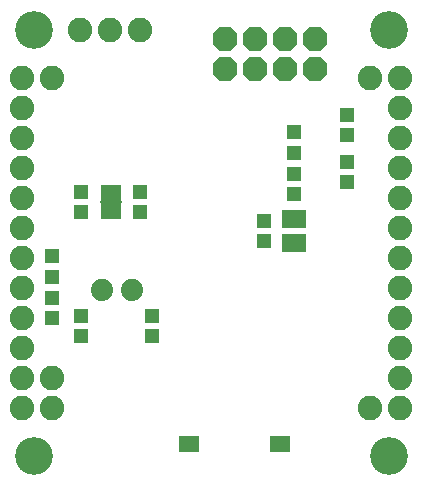
<source format=gbs>
G75*
%MOIN*%
%OFA0B0*%
%FSLAX25Y25*%
%IPPOS*%
%LPD*%
%AMOC8*
5,1,8,0,0,1.08239X$1,22.5*
%
%ADD10C,0.12611*%
%ADD11R,0.04737X0.05131*%
%ADD12C,0.08200*%
%ADD13R,0.07100X0.05400*%
%ADD14R,0.07200X0.00600*%
%ADD15C,0.07400*%
%ADD16OC8,0.08200*%
%ADD17R,0.06706X0.05524*%
%ADD18R,0.08280X0.05918*%
D10*
X0013205Y0013205D03*
X0131315Y0013205D03*
X0131315Y0154937D03*
X0013205Y0154937D03*
D11*
X0028953Y0101197D03*
X0028953Y0094504D03*
X0019110Y0079543D03*
X0019110Y0072850D03*
X0019110Y0065764D03*
X0019110Y0059071D03*
X0028953Y0059858D03*
X0028953Y0053165D03*
X0052575Y0053165D03*
X0052575Y0059858D03*
X0048638Y0094504D03*
X0048638Y0101197D03*
X0089976Y0091354D03*
X0089976Y0084661D03*
X0099819Y0100409D03*
X0099819Y0107102D03*
X0099819Y0114189D03*
X0099819Y0120882D03*
X0117535Y0120094D03*
X0117535Y0126787D03*
X0117535Y0111039D03*
X0117535Y0104346D03*
D12*
X0135252Y0108953D03*
X0135252Y0118953D03*
X0135252Y0128953D03*
X0135252Y0138953D03*
X0125252Y0138953D03*
X0135252Y0098953D03*
X0135252Y0088953D03*
X0135252Y0078953D03*
X0135252Y0068953D03*
X0135252Y0058953D03*
X0135252Y0048953D03*
X0135252Y0038953D03*
X0135252Y0028953D03*
X0125252Y0028953D03*
X0019268Y0028953D03*
X0019268Y0038953D03*
X0009268Y0038953D03*
X0009268Y0048953D03*
X0009268Y0058953D03*
X0009268Y0068953D03*
X0009268Y0078953D03*
X0009268Y0088953D03*
X0009268Y0098953D03*
X0009268Y0108953D03*
X0009268Y0118953D03*
X0009268Y0128953D03*
X0009268Y0138953D03*
X0019268Y0138953D03*
X0028638Y0154937D03*
X0038638Y0154937D03*
X0048638Y0154937D03*
X0009268Y0028953D03*
D13*
X0038795Y0094850D03*
X0038795Y0100850D03*
D14*
X0038795Y0097850D03*
D15*
X0035764Y0068323D03*
X0045764Y0068323D03*
D16*
X0076945Y0142063D03*
X0076945Y0152063D03*
X0086945Y0152063D03*
X0086945Y0142063D03*
X0096945Y0142063D03*
X0096945Y0152063D03*
X0106945Y0152063D03*
X0106945Y0142063D03*
D17*
X0095291Y0017142D03*
X0064976Y0017142D03*
D18*
X0099819Y0084071D03*
X0099819Y0091945D03*
M02*

</source>
